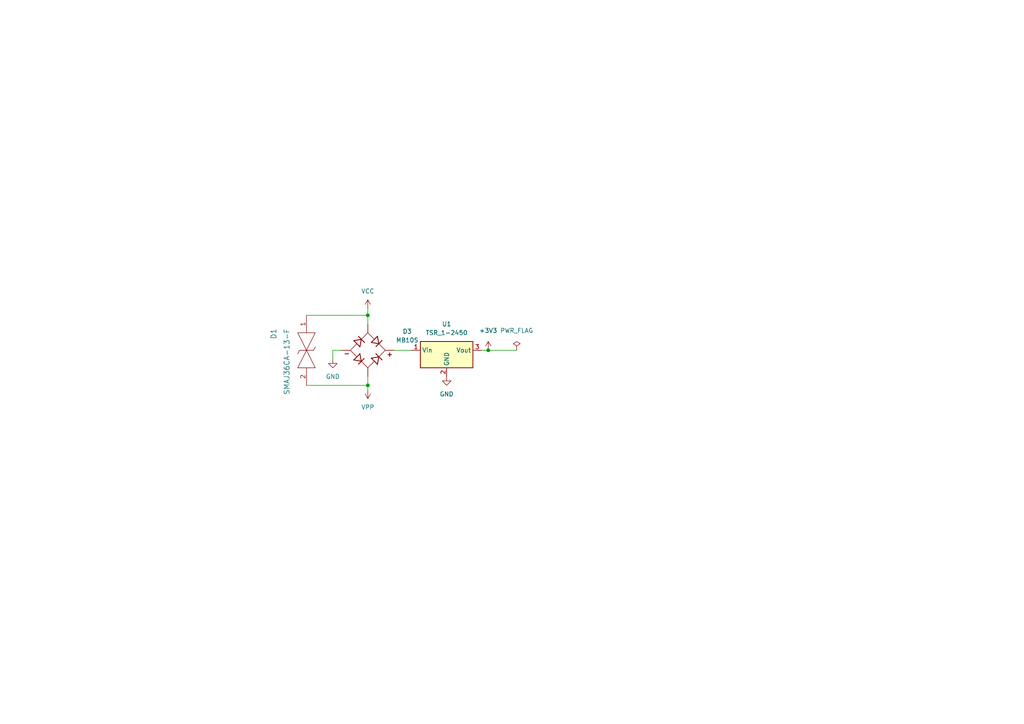
<source format=kicad_sch>
(kicad_sch (version 20211123) (generator eeschema)
  (paper "A4")
  (lib_symbols
    (symbol "MB10S:MB10S" (pin_numbers hide) (pin_names (offset 1.016) hide)
      (property "Reference" "D" (at 5.08 5.08 0))
      (property "Value" "MB10S" (at 5.08 -7.62 0))
      (symbol "MB10S_0_0"
        (polyline (pts (xy -6.858 1.27) (xy -5.842 1.27)) (stroke (width 0.254)))
        (polyline (pts (xy -6.35 0.762) (xy -6.35 1.778)) (stroke (width 0.254)))
        (polyline (pts (xy -5.08 0) (xy -3.175 -1.905)) (stroke (width 0.1524)))
        (polyline (pts (xy -3.175 -1.905) (xy -2.794 -4.064)) (stroke (width 0.254)))
        (polyline (pts (xy -3.175 -1.905) (xy -1.016 -2.286)) (stroke (width 0.254)))
        (polyline (pts (xy -3.175 1.905) (xy -5.08 0)) (stroke (width 0.1524)))
        (polyline (pts (xy -3.175 1.905) (xy -2.794 4.064)) (stroke (width 0.254)))
        (polyline (pts (xy -3.175 1.905) (xy -1.016 2.286)) (stroke (width 0.254)))
        (polyline (pts (xy -2.3622 -1.0668) (xy -4.1402 -2.8448)) (stroke (width 0.254)))
        (polyline (pts (xy -2.3622 1.016) (xy -4.1402 2.794)) (stroke (width 0.254)))
        (polyline (pts (xy -1.016 -2.286) (xy -2.794 -4.064)) (stroke (width 0.254)))
        (polyline (pts (xy -1.016 2.286) (xy -2.794 4.064)) (stroke (width 0.254)))
        (polyline (pts (xy 0 -5.08) (xy -1.8034 -3.2766)) (stroke (width 0.1524)))
        (polyline (pts (xy 0 -5.08) (xy 1.905 -3.175)) (stroke (width 0.1524)))
        (polyline (pts (xy 0 5.08) (xy -1.8034 3.2766)) (stroke (width 0.1524)))
        (polyline (pts (xy 1.905 -3.175) (xy 2.286 -1.016)) (stroke (width 0.254)))
        (polyline (pts (xy 1.905 -3.175) (xy 4.064 -2.794)) (stroke (width 0.254)))
        (polyline (pts (xy 1.905 3.175) (xy 0 5.08)) (stroke (width 0.1524)))
        (polyline (pts (xy 1.905 3.175) (xy 2.286 1.016)) (stroke (width 0.254)))
        (polyline (pts (xy 1.905 3.175) (xy 4.064 2.794)) (stroke (width 0.254)))
        (polyline (pts (xy 2.7178 -4.0386) (xy 0.9398 -2.2606)) (stroke (width 0.254)))
        (polyline (pts (xy 2.7178 4.0386) (xy 1.0668 2.3876)) (stroke (width 0.254)))
        (polyline (pts (xy 3.2766 -1.8034) (xy 5.08 0)) (stroke (width 0.1524)))
        (polyline (pts (xy 4.064 -2.794) (xy 2.286 -1.016)) (stroke (width 0.254)))
        (polyline (pts (xy 4.064 2.794) (xy 2.286 1.016)) (stroke (width 0.254)))
        (polyline (pts (xy 5.08 0) (xy 3.2766 1.8034)) (stroke (width 0.1524)))
        (polyline (pts (xy 5.588 1.016) (xy 6.604 1.016)) (stroke (width 0.254)))
        (pin passive line (at -7.62 0 0) (length 2.54) (name "~") (number "1"))
        (pin passive line (at 7.62 0 180) (length 2.54) (name "~") (number "2"))
        (pin passive line (at 0 -7.62 90) (length 2.54) (name "~") (number "3"))
        (pin passive line (at 0 7.62 270) (length 2.54) (name "~") (number "4"))
      )
    )
    (symbol "Regulator_Switching:TSR_1-2450"
      (property "Reference" "U" (at -7.62 6.35 0))
      (property "Value" "TSR_1-2450" (at -1.27 6.35 0))
      (symbol "TSR_1-2450_0_1"
        (rectangle (start -7.62 5.08) (end 7.62 -2.54) (stroke (width 0.254)) (fill (type background)))
      )
      (symbol "TSR_1-2450_1_1"
        (pin power_in line (at -10.16 2.54 0) (length 2.54) (name "Vin") (number "1"))
        (pin power_in line (at 0 -5.08 90) (length 2.54) (name "GND") (number "2"))
        (pin power_out line (at 10.16 2.54 180) (length 2.54) (name "Vout") (number "3"))
      )
    )
    (symbol "Sprinkler_Vers_2.5_routed-eagle-import:SMAJ36CA-13-F" (pin_names (offset 1.016))
      (property "Reference" "D" (at 15.24 8.89 0))
      (property "Value" "SMAJ36CA-13-F" (at 15.24 6.35 0))
      (symbol "SMAJ36CA-13-F_1_0"
        (polyline (pts (xy 5.08 -2.54) (xy 5.08 2.54)))
        (polyline (pts (xy 5.08 -2.54) (xy 10.16 0)))
        (polyline (pts (xy 9.144 2.54) (xy 10.16 2.032)))
        (polyline (pts (xy 10.16 -2.032) (xy 10.16 2.032)))
        (polyline (pts (xy 10.16 -2.032) (xy 11.176 -2.54)))
        (polyline (pts (xy 10.16 0) (xy 5.08 2.54)))
        (polyline (pts (xy 10.16 0) (xy 15.24 2.54)))
        (polyline (pts (xy 15.24 -2.54) (xy 10.16 0)))
        (polyline (pts (xy 15.24 -2.54) (xy 15.24 2.54)))
        (pin bidirectional line (at 20.32 0 180) (length 5.08) (name "K") (number "1"))
        (pin bidirectional line (at 0 0 0) (length 5.08) (name "A") (number "2"))
      )
    )
    (symbol "power:+3V3" (power) (pin_names (offset 0))
      (property "Value" "+3V3" (at 0 3.556 0))
      (symbol "+3V3_0_1"
        (polyline (pts (xy -0.762 1.27) (xy 0 2.54)))
        (polyline (pts (xy 0 0) (xy 0 2.54)))
        (polyline (pts (xy 0 2.54) (xy 0.762 1.27)))
      )
      (symbol "+3V3_1_1"
        (pin power_in line (at 0 0 90) (length 0) hide (name "+3V3") (number "1"))
      )
    )
    (symbol "power:GND" (power) (pin_names (offset 0))
      (property "Value" "GND" (at 0 -3.81 0))
      (symbol "GND_0_1"
        (polyline (pts (xy 0 0) (xy 0 -1.27) (xy 1.27 -1.27) (xy 0 -2.54) (xy -1.27 -1.27) (xy 0 -1.27)))
      )
      (symbol "GND_1_1"
        (pin power_in line (at 0 0 270) (length 0) hide (name "GND") (number "1"))
      )
    )
    (symbol "power:PWR_FLAG" (power) (pin_numbers hide) (pin_names (offset 0) hide)
      (property "Value" "PWR_FLAG" (at 0 3.81 0))
      (symbol "PWR_FLAG_0_0"
        (pin power_out line (at 0 0 90) (length 0) (name "pwr") (number "1"))
      )
      (symbol "PWR_FLAG_0_1"
        (polyline (pts (xy 0 0) (xy 0 1.27) (xy -1.016 1.905) (xy 0 2.54) (xy 1.016 1.905) (xy 0 1.27)))
      )
    )
    (symbol "power:VCC" (power) (pin_names (offset 0))
      (property "Value" "VCC" (at 0 3.81 0))
      (symbol "VCC_0_1"
        (polyline (pts (xy -0.762 1.27) (xy 0 2.54)))
        (polyline (pts (xy 0 0) (xy 0 2.54)))
        (polyline (pts (xy 0 2.54) (xy 0.762 1.27)))
      )
      (symbol "VCC_1_1"
        (pin power_in line (at 0 0 90) (length 0) hide (name "VCC") (number "1"))
      )
    )
    (symbol "power:VPP" (power) (pin_names (offset 0))
      (property "Value" "VPP" (at 0 3.81 0))
      (symbol "VPP_0_1"
        (polyline (pts (xy -0.762 1.27) (xy 0 2.54)))
        (polyline (pts (xy 0 0) (xy 0 2.54)))
        (polyline (pts (xy 0 2.54) (xy 0.762 1.27)))
      )
      (symbol "VPP_1_1"
        (pin power_in line (at 0 0 90) (length 0) hide (name "VPP") (number "1"))
      )
    )
  )
  (junction (at 141.605 101.6))
  (junction (at 106.68 111.76))
  (junction (at 106.68 91.44))
  (wire (pts (xy 106.68 91.44) (xy 106.68 93.98)))
  (wire (pts (xy 99.06 101.6) (xy 96.52 101.6)))
  (wire (pts (xy 88.9 91.44) (xy 106.68 91.44)))
  (wire (pts (xy 88.9 111.76) (xy 106.68 111.76)))
  (wire (pts (xy 106.68 91.44) (xy 106.68 89.535)))
  (wire (pts (xy 106.68 109.22) (xy 106.68 111.76)))
  (wire (pts (xy 114.3 101.6) (xy 119.38 101.6)))
  (wire (pts (xy 139.7 101.6) (xy 141.605 101.6)))
  (wire (pts (xy 96.52 101.6) (xy 96.52 104.14)))
  (wire (pts (xy 141.605 101.6) (xy 149.86 101.6)))
  (wire (pts (xy 106.68 111.76) (xy 106.68 113.03)))
  (symbol (lib_id "MB10S:MB10S") (at 106.68 101.6 180) (unit 1)
    (property "Reference" "D3" (at 118.11 96.1388 0))
    (property "Value" "MB10S" (at 118.11 98.6788 0))
    (property "Footprint" "MB10S:SOIC245P670X290-4N" (effects hide))
    (property "Datasheet" "C2488" (effects hide))
    (property "MF" "ON Semiconductor" (effects hide))
    (property "DESCRIPTION" "MB10S Series 0.5 A 1000 V Low Leakage SMT Bridge Rectifier - SOIC-4" (effects hide))
    (property "PACKAGE" "SOIC-4 ON Semiconductor" (effects hide))
    (property "MP" "MB10S" (effects hide))
    (property "PRICE" "None" (effects hide))
    (property "AVAILABILITY" "Unavailable" (effects hide))
  )
  (symbol (lib_id "power:GND") (at 96.52 104.14 0) (unit 1)
    (property "Reference" "#PWR0119" (effects hide))
    (property "Value" "GND" (at 96.52 109.22 0))
  )
  (symbol (lib_id "power:VCC") (at 106.68 89.535 0) (unit 1)
    (property "Reference" "#PWR0110" (effects hide))
    (property "Value" "VCC" (at 106.68 84.455 0))
  )
  (symbol (lib_id "Regulator_Switching:TSR_1-2450") (at 129.54 104.14 0) (unit 1)
    (property "Reference" "U1" (at 129.54 93.98 0))
    (property "Value" "TSR_1-2450" (at 129.54 96.52 0))
    (property "Footprint" "Converter_DCDC:Converter_DCDC_TRACO_TSR-1_THT" (effects hide))
    (property "Datasheet" "http://www.tracopower.com/products/tsr1.pdf" (effects hide))
  )
  (symbol (lib_id "power:VPP") (at 106.68 113.03 180) (unit 1)
    (property "Reference" "#PWR0118" (effects hide))
    (property "Value" "VPP" (at 106.68 118.11 0))
  )
  (symbol (lib_id "power:GND") (at 129.54 109.22 0) (unit 1)
    (property "Reference" "#PWR0120" (effects hide))
    (property "Value" "GND" (at 129.54 114.3 0))
  )
  (symbol (lib_id "Sprinkler_Vers_2.5_routed-eagle-import:SMAJ36CA-13-F") (at 88.9 111.76 90) (unit 1)
    (property "Reference" "D1" (at 79.375 95.25 0) (effects (font (size 1.4986 1.4986)) (justify right)))
    (property "Value" "SMAJ36CA-13-F" (at 83.185 95.25 0) (effects (font (size 1.4986 1.4986)) (justify right)))
    (property "Footprint" "Diode_SMD:D_SMA" (effects hide))
    (property "LCSC Part #" "C10757" (effects hide))
  )
  (symbol (lib_id "power:+3V3") (at 141.605 101.6 0) (unit 1)
    (property "Reference" "#PWR0121" (effects hide))
    (property "Value" "+3V3" (at 141.605 95.885 0))
  )
  (symbol (lib_id "power:PWR_FLAG") (at 149.86 101.6 0) (unit 1)
    (property "Reference" "#FLG0101" (effects hide))
    (property "Value" "PWR_FLAG" (at 149.86 95.885 0))
  )
)
</source>
